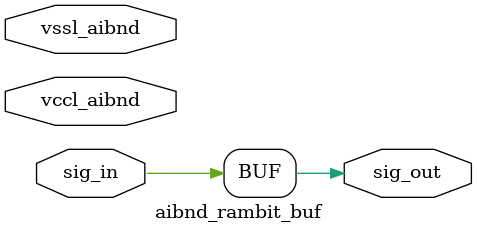
<source format=v>
module aibnd_rambit_buf(	// file.cleaned.mlir:2:3
  input  sig_in,	// file.cleaned.mlir:2:34
         vccl_aibnd,	// file.cleaned.mlir:2:51
         vssl_aibnd,	// file.cleaned.mlir:2:72
  output sig_out	// file.cleaned.mlir:2:94
);

  assign sig_out = sig_in;	// file.cleaned.mlir:3:5
endmodule


</source>
